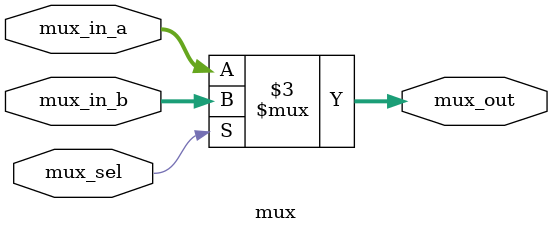
<source format=v>
module mux (
  input [3:0] mux_in_a,
  input [3:0] mux_in_b, 
  input mux_sel,
  
  output reg [3:0] mux_out

);
  
  always @*
  begin
  if(mux_sel)
    mux_out = mux_in_b;
  else
    mux_out = mux_in_a;
  end
  
endmodule
</source>
